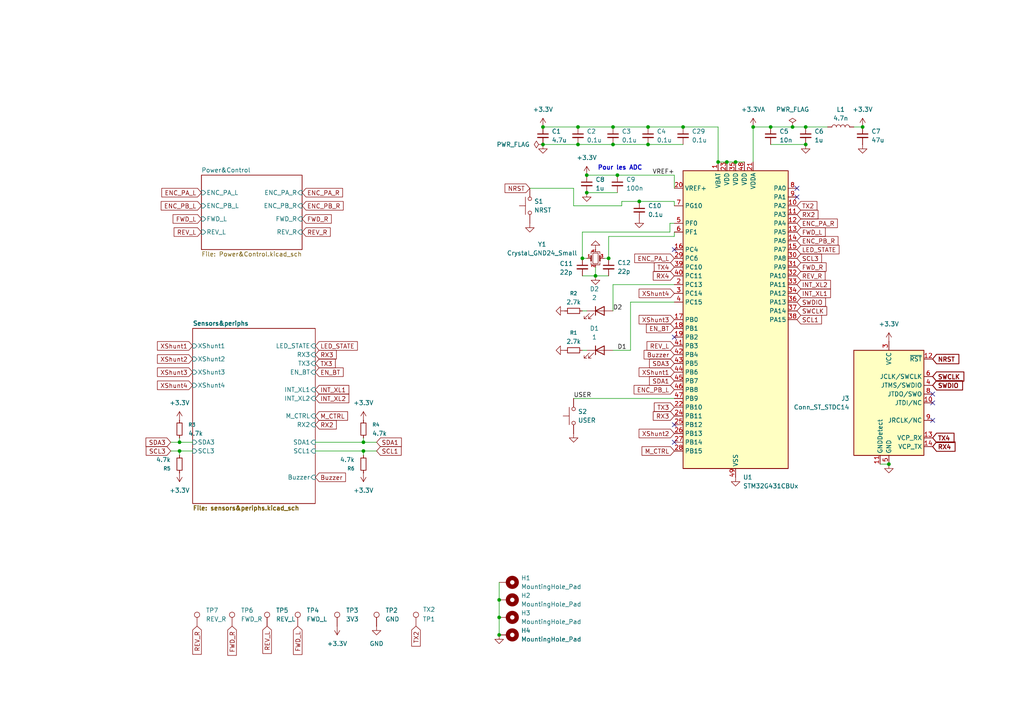
<source format=kicad_sch>
(kicad_sch (version 20250114) (generator "eeschema") (generator_version "9.0")
  (paper "A4")
  (title_block (title "ChaSouRo V1") (date "2025-09-19") (rev "Nelven") (company "ESE"))
  (lib_symbols
    (symbol "Connector:Conn_ST_STDC14"
      (property "Reference" "J" (at -8.89 16.51 0))
      (property "Value" "Conn_ST_STDC14" (at 17.78 16.51 0))
      (symbol "Conn_ST_STDC14_0_1"
        (rectangle (start -10.16 15.24) (end 10.16 -15.24) (stroke (width 0.254)) (fill (type background)))
      )
      (symbol "Conn_ST_STDC14_1_1"
        (pin no_connect line (at -10.16 5.08 0) (length 2.54) (hide yes) (name "NC") (number "1"))
        (pin no_connect line (at -10.16 2.54 0) (length 2.54) (hide yes) (name "NC") (number "2"))
        (pin passive line (at -2.54 -17.78 90) (length 2.54) (name "GNDDetect") (number "11"))
        (pin power_in line (at 0 17.78 270) (length 2.54) (name "VCC") (number "3"))
        (pin power_in line (at 0 -17.78 90) (length 2.54) (name "GND") (number "5"))
        (pin passive line (at 0 -17.78 90) (length 2.54) (hide yes) (name "GND") (number "7"))
        (pin open_collector line (at 12.7 12.7 180) (length 2.54) (name "~{RST}") (number "12"))
        (pin output line (at 12.7 7.62 180) (length 2.54) (name "JCLK/SWCLK") (number "6"))
        (pin bidirectional line (at 12.7 5.08 180) (length 2.54) (name "JTMS/SWDIO") (number "4"))
        (pin input line (at 12.7 2.54 180) (length 2.54) (name "JTDO/SWO") (number "8"))
        (pin output line (at 12.7 0 180) (length 2.54) (name "JTDI/NC") (number "10"))
        (pin input line (at 12.7 -5.08 180) (length 2.54) (name "JRCLK/NC") (number "9"))
        (pin output line (at 12.7 -10.16 180) (length 2.54) (name "VCP_RX") (number "13"))
        (pin input line (at 12.7 -12.7 180) (length 2.54) (name "VCP_TX") (number "14"))
      )
    )
    (symbol "Connector:TestPoint" (pin_numbers (hide yes)) (pin_names (offset 0.762) (hide yes))
      (property "Reference" "TP" (at 0 6.858 0))
      (property "Value" "TestPoint" (at 0 5.08 0))
      (symbol "TestPoint_0_1"
        (circle (center 0 3.302) (radius 0.762))
      )
      (symbol "TestPoint_1_1"
        (pin passive line (at 0 0 90) (length 2.54) (name "1") (number "1"))
      )
    )
    (symbol "Device:C_Small" (pin_numbers (hide yes)) (pin_names (offset 0.254) (hide yes))
      (property "Reference" "C" (at 0.254 1.778 0))
      (property "Value" "C_Small" (at 0.254 -2.032 0))
      (symbol "C_Small_0_1"
        (polyline (pts (xy -1.524 0.508) (xy 1.524 0.508)) (stroke (width 0.3048)))
        (polyline (pts (xy -1.524 -0.508) (xy 1.524 -0.508)) (stroke (width 0.3302)))
      )
      (symbol "C_Small_1_1"
        (pin passive line (at 0 2.54 270) (length 2.032) (name "~") (number "1"))
        (pin passive line (at 0 -2.54 90) (length 2.032) (name "~") (number "2"))
      )
    )
    (symbol "Device:Crystal_GND24_Small" (pin_names (offset 1.016) (hide yes))
      (property "Reference" "Y" (at 1.27 4.445 0))
      (property "Value" "Crystal_GND24_Small" (at 1.27 2.54 0))
      (symbol "Crystal_GND24_Small_0_1"
        (polyline (pts (xy -1.27 1.27) (xy -1.27 1.905) (xy 1.27 1.905) (xy 1.27 1.27)))
        (polyline (pts (xy -1.27 -0.762) (xy -1.27 0.762)) (stroke (width 0.381)))
        (polyline (pts (xy -1.27 -1.27) (xy -1.27 -1.905) (xy 1.27 -1.905) (xy 1.27 -1.27)))
        (rectangle (start -0.762 -1.524) (end 0.762 1.524))
        (polyline (pts (xy 1.27 -0.762) (xy 1.27 0.762)) (stroke (width 0.381)))
      )
      (symbol "Crystal_GND24_Small_1_1"
        (pin passive line (at -2.54 0 0) (length 1.27) (name "1") (number "1"))
        (pin passive line (at 0 2.54 270) (length 0.635) (name "4") (number "4"))
        (pin passive line (at 0 -2.54 90) (length 0.635) (name "2") (number "2"))
        (pin passive line (at 2.54 0 180) (length 1.27) (name "3") (number "3"))
      )
    )
    (symbol "Device:L" (pin_numbers (hide yes)) (pin_names (offset 1.016) (hide yes))
      (property "Reference" "L" (at -1.27 0 90))
      (property "Value" "L" (at 1.905 0 90))
      (symbol "L_0_1"
        (arc (start 0 2.54) (mid 0.6323 1.905) (end 0 1.27))
        (arc (start 0 1.27) (mid 0.6323 0.635) (end 0 0))
        (arc (start 0 0) (mid 0.6323 -0.635) (end 0 -1.27))
        (arc (start 0 -1.27) (mid 0.6323 -1.905) (end 0 -2.54))
      )
      (symbol "L_1_1"
        (pin passive line (at 0 3.81 270) (length 1.27) (name "1") (number "1"))
        (pin passive line (at 0 -3.81 90) (length 1.27) (name "2") (number "2"))
      )
    )
    (symbol "Device:LED" (pin_numbers (hide yes)) (pin_names (offset 1.016) (hide yes))
      (property "Reference" "D" (at 0 2.54 0))
      (property "Value" "LED" (at 0 -2.54 0))
      (symbol "LED_0_1"
        (polyline (pts (xy -3.048 -0.762) (xy -4.572 -2.286) (xy -3.81 -2.286) (xy -4.572 -2.286) (xy -4.572 -1.524)))
        (polyline (pts (xy -1.778 -0.762) (xy -3.302 -2.286) (xy -2.54 -2.286) (xy -3.302 -2.286) (xy -3.302 -1.524)))
        (polyline (pts (xy -1.27 0) (xy 1.27 0)))
        (polyline (pts (xy -1.27 -1.27) (xy -1.27 1.27)) (stroke (width 0.254)))
        (polyline (pts (xy 1.27 -1.27) (xy 1.27 1.27) (xy -1.27 0) (xy 1.27 -1.27)) (stroke (width 0.254)))
      )
      (symbol "LED_1_1"
        (pin passive line (at -3.81 0 0) (length 2.54) (name "K") (number "1"))
        (pin passive line (at 3.81 0 180) (length 2.54) (name "A") (number "2"))
      )
    )
    (symbol "Device:R_Small" (pin_numbers (hide yes)) (pin_names (offset 0.254) (hide yes))
      (property "Reference" "R" (at 0 0 90))
      (property "Value" "R_Small" (at 1.778 0 90))
      (symbol "R_Small_0_1"
        (rectangle (start -0.762 1.778) (end 0.762 -1.778) (stroke (width 0.2032)))
      )
      (symbol "R_Small_1_1"
        (pin passive line (at 0 2.54 270) (length 0.762) (name "~") (number "1"))
        (pin passive line (at 0 -2.54 90) (length 0.762) (name "~") (number "2"))
      )
    )
    (symbol "MCU_ST_STM32G4:STM32G431CBUx"
      (property "Reference" "U" (at -15.24 44.45 0))
      (property "Value" "STM32G431CBUx" (at 7.62 44.45 0))
      (symbol "STM32G431CBUx_0_1"
        (rectangle (start -15.24 -43.18) (end 15.24 43.18) (stroke (width 0.254)) (fill (type background)))
      )
      (symbol "STM32G431CBUx_1_1"
        (pin input line (at -17.78 38.1 0) (length 2.54) (name "VREF+") (number "20"))
        (pin bidirectional line (at -17.78 33.02 0) (length 2.54) (name "PG10") (number "7"))
        (pin bidirectional line (at -17.78 27.94 0) (length 2.54) (name "PF0") (number "5"))
        (pin bidirectional line (at -17.78 25.4 0) (length 2.54) (name "PF1") (number "6"))
        (pin bidirectional line (at -17.78 20.32 0) (length 2.54) (name "PC4") (number "16"))
        (pin bidirectional line (at -17.78 17.78 0) (length 2.54) (name "PC6") (number "29"))
        (pin bidirectional line (at -17.78 15.24 0) (length 2.54) (name "PC10") (number "39"))
        (pin bidirectional line (at -17.78 12.7 0) (length 2.54) (name "PC11") (number "40"))
        (pin bidirectional line (at -17.78 10.16 0) (length 2.54) (name "PC13") (number "2"))
        (pin bidirectional line (at -17.78 7.62 0) (length 2.54) (name "PC14") (number "3"))
        (pin bidirectional line (at -17.78 5.08 0) (length 2.54) (name "PC15") (number "4"))
        (pin bidirectional line (at -17.78 0 0) (length 2.54) (name "PB0") (number "17"))
        (pin bidirectional line (at -17.78 -2.54 0) (length 2.54) (name "PB1") (number "18"))
        (pin bidirectional line (at -17.78 -5.08 0) (length 2.54) (name "PB2") (number "19"))
        (pin bidirectional line (at -17.78 -7.62 0) (length 2.54) (name "PB3") (number "41"))
        (pin bidirectional line (at -17.78 -10.16 0) (length 2.54) (name "PB4") (number "42"))
        (pin bidirectional line (at -17.78 -12.7 0) (length 2.54) (name "PB5") (number "43"))
        (pin bidirectional line (at -17.78 -15.24 0) (length 2.54) (name "PB6") (number "44"))
        (pin bidirectional line (at -17.78 -17.78 0) (length 2.54) (name "PB7") (number "45"))
        (pin bidirectional line (at -17.78 -20.32 0) (length 2.54) (name "PB8") (number "46"))
        (pin bidirectional line (at -17.78 -22.86 0) (length 2.54) (name "PB9") (number "47"))
        (pin bidirectional line (at -17.78 -25.4 0) (length 2.54) (name "PB10") (number "22"))
        (pin bidirectional line (at -17.78 -27.94 0) (length 2.54) (name "PB11") (number "24"))
        (pin bidirectional line (at -17.78 -30.48 0) (length 2.54) (name "PB12") (number "25"))
        (pin bidirectional line (at -17.78 -33.02 0) (length 2.54) (name "PB13") (number "26"))
        (pin bidirectional line (at -17.78 -35.56 0) (length 2.54) (name "PB14") (number "27"))
        (pin bidirectional line (at -17.78 -38.1 0) (length 2.54) (name "PB15") (number "28"))
        (pin power_in line (at -5.08 45.72 270) (length 2.54) (name "VBAT") (number "1"))
        (pin power_in line (at -2.54 45.72 270) (length 2.54) (name "VDD") (number "23"))
        (pin power_in line (at 0 45.72 270) (length 2.54) (name "VDD") (number "35"))
        (pin power_in line (at 0 -45.72 90) (length 2.54) (name "VSS") (number "49"))
        (pin power_in line (at 2.54 45.72 270) (length 2.54) (name "VDD") (number "48"))
        (pin power_in line (at 5.08 45.72 270) (length 2.54) (name "VDDA") (number "21"))
        (pin bidirectional line (at 17.78 38.1 180) (length 2.54) (name "PA0") (number "8"))
        (pin bidirectional line (at 17.78 35.56 180) (length 2.54) (name "PA1") (number "9"))
        (pin bidirectional line (at 17.78 33.02 180) (length 2.54) (name "PA2") (number "10"))
        (pin bidirectional line (at 17.78 30.48 180) (length 2.54) (name "PA3") (number "11"))
        (pin bidirectional line (at 17.78 27.94 180) (length 2.54) (name "PA4") (number "12"))
        (pin bidirectional line (at 17.78 25.4 180) (length 2.54) (name "PA5") (number "13"))
        (pin bidirectional line (at 17.78 22.86 180) (length 2.54) (name "PA6") (number "14"))
        (pin bidirectional line (at 17.78 20.32 180) (length 2.54) (name "PA7") (number "15"))
        (pin bidirectional line (at 17.78 17.78 180) (length 2.54) (name "PA8") (number "30"))
        (pin bidirectional line (at 17.78 15.24 180) (length 2.54) (name "PA9") (number "31"))
        (pin bidirectional line (at 17.78 12.7 180) (length 2.54) (name "PA10") (number "32"))
        (pin bidirectional line (at 17.78 10.16 180) (length 2.54) (name "PA11") (number "33"))
        (pin bidirectional line (at 17.78 7.62 180) (length 2.54) (name "PA12") (number "34"))
        (pin bidirectional line (at 17.78 5.08 180) (length 2.54) (name "PA13") (number "36"))
        (pin bidirectional line (at 17.78 2.54 180) (length 2.54) (name "PA14") (number "37"))
        (pin bidirectional line (at 17.78 0 180) (length 2.54) (name "PA15") (number "38"))
      )
    )
    (symbol "Mechanical:MountingHole_Pad" (pin_numbers (hide yes)) (pin_names (offset 1.016) (hide yes)) (in_bom no)
      (property "Reference" "H" (at 0 6.35 0))
      (property "Value" "MountingHole_Pad" (at 0 4.445 0))
      (symbol "MountingHole_Pad_0_1"
        (circle (center 0 1.27) (radius 1.27) (stroke (width 1.27)))
      )
      (symbol "MountingHole_Pad_1_1"
        (pin input line (at 0 -2.54 90) (length 2.54) (name "1") (number "1"))
      )
    )
    (symbol "Switch:SW_Push" (pin_numbers (hide yes)) (pin_names (offset 1.016) (hide yes))
      (property "Reference" "SW" (at 1.27 2.54 0))
      (property "Value" "SW_Push" (at 0 -1.524 0))
      (symbol "SW_Push_0_1"
        (circle (center -2.032 0) (radius 0.508))
        (polyline (pts (xy 0 1.27) (xy 0 3.048)))
        (circle (center 2.032 0) (radius 0.508))
        (polyline (pts (xy 2.54 1.27) (xy -2.54 1.27)))
        (pin passive line (at -5.08 0 0) (length 2.54) (name "1") (number "1"))
        (pin passive line (at 5.08 0 180) (length 2.54) (name "2") (number "2"))
      )
    )
    (symbol "power:+3.3V" (power) (pin_numbers (hide yes)) (pin_names (offset 0) (hide yes))
      (property "Value" "+3.3V" (at 0 3.556 0))
      (symbol "+3.3V_0_1"
        (polyline (pts (xy -0.762 1.27) (xy 0 2.54)))
        (polyline (pts (xy 0 2.54) (xy 0.762 1.27)))
        (polyline (pts (xy 0 0) (xy 0 2.54)))
      )
      (symbol "+3.3V_1_1"
        (pin power_in line (at 0 0 90) (length 0) (name "~") (number "1"))
      )
    )
    (symbol "power:+3.3VA" (power) (pin_numbers (hide yes)) (pin_names (offset 0) (hide yes))
      (property "Value" "+3.3VA" (at 0 3.556 0))
      (symbol "+3.3VA_0_1"
        (polyline (pts (xy -0.762 1.27) (xy 0 2.54)))
        (polyline (pts (xy 0 2.54) (xy 0.762 1.27)))
        (polyline (pts (xy 0 0) (xy 0 2.54)))
      )
      (symbol "+3.3VA_1_1"
        (pin power_in line (at 0 0 90) (length 0) (name "~") (number "1"))
      )
    )
    (symbol "power:GND" (power) (pin_numbers (hide yes)) (pin_names (offset 0) (hide yes))
      (property "Value" "GND" (at 0 -3.81 0))
      (symbol "GND_0_1"
        (polyline (pts (xy 0 0) (xy 0 -1.27) (xy 1.27 -1.27) (xy 0 -2.54) (xy -1.27 -1.27) (xy 0 -1.27)))
      )
      (symbol "GND_1_1"
        (pin power_in line (at 0 0 270) (length 0) (name "~") (number "1"))
      )
    )
    (symbol "power:PWR_FLAG" (power) (pin_numbers (hide yes)) (pin_names (offset 0) (hide yes))
      (property "Value" "PWR_FLAG" (at 0 3.81 0))
      (symbol "PWR_FLAG_0_0"
        (pin power_out line (at 0 0 90) (length 0) (name "~") (number "1"))
      )
      (symbol "PWR_FLAG_0_1"
        (polyline (pts (xy 0 0) (xy 0 1.27) (xy -1.016 1.905) (xy 0 2.54) (xy 1.016 1.905) (xy 0 1.27)))
      )
    )
  )
  (text "Pour les ADC" (at 179.832 48.768 0) (effects (font (size 1.27 1.27) (thickness 0.254) (bold yes))))
  (junction (at 223.52 36.83))
  (junction (at 218.44 36.83))
  (junction (at 144.78 173.99))
  (junction (at 52.07 128.27))
  (junction (at 233.68 41.91))
  (junction (at 250.19 36.83))
  (junction (at 167.64 36.83))
  (junction (at 229.87 36.83))
  (junction (at 170.18 50.8))
  (junction (at 198.12 36.83))
  (junction (at 157.48 36.83))
  (junction (at 167.64 41.91))
  (junction (at 177.8 41.91))
  (junction (at 213.36 46.99))
  (junction (at 105.41 130.81))
  (junction (at 177.8 36.83))
  (junction (at 257.81 134.62))
  (junction (at 185.42 58.42))
  (junction (at 144.78 179.07))
  (junction (at 144.78 184.15))
  (junction (at 176.53 74.93))
  (junction (at 52.07 130.81))
  (junction (at 210.82 46.99))
  (junction (at 208.28 46.99))
  (junction (at 168.91 74.93))
  (junction (at 170.18 55.88))
  (junction (at 157.48 41.91))
  (junction (at 179.07 50.8))
  (junction (at 233.68 36.83))
  (junction (at 172.72 80.01))
  (junction (at 187.96 36.83))
  (junction (at 105.41 128.27))
  (junction (at 187.96 41.91))
  (no_connect (at 270.51 114.3))
  (no_connect (at 231.14 57.15))
  (no_connect (at 270.51 116.84))
  (no_connect (at 231.14 54.61))
  (no_connect (at 195.58 123.19))
  (no_connect (at 195.58 72.39))
  (no_connect (at 270.51 121.92))
  (no_connect (at 195.58 128.27))
  (no_connect (at 195.58 97.79))
  (wire (pts (xy 195.58 82.55) (xy 177.8 82.55)))
  (wire (pts (xy 170.18 50.8) (xy 179.07 50.8)))
  (wire (pts (xy 194.31 64.77) (xy 194.31 67.31)))
  (wire (pts (xy 52.07 128.27) (xy 55.88 128.27)))
  (wire (pts (xy 168.91 74.93) (xy 170.18 74.93)))
  (wire (pts (xy 223.52 36.83) (xy 229.87 36.83)))
  (wire (pts (xy 176.53 74.93) (xy 175.26 74.93)))
  (wire (pts (xy 166.37 59.69) (xy 166.37 54.61)))
  (wire (pts (xy 167.64 41.91) (xy 177.8 41.91)))
  (wire (pts (xy 168.91 90.17) (xy 170.18 90.17)))
  (wire (pts (xy 223.52 41.91) (xy 233.68 41.91)))
  (wire (pts (xy 170.18 55.88) (xy 179.07 55.88)))
  (wire (pts (xy 172.72 77.47) (xy 172.72 80.01)))
  (wire (pts (xy 179.07 50.8) (xy 195.58 50.8)))
  (wire (pts (xy 177.8 36.83) (xy 187.96 36.83)))
  (wire (pts (xy 105.41 130.81) (xy 91.44 130.81)))
  (wire (pts (xy 105.41 130.81) (xy 105.41 132.08)))
  (wire (pts (xy 229.87 36.83) (xy 233.68 36.83)))
  (wire (pts (xy 180.34 59.69) (xy 180.34 58.42)))
  (wire (pts (xy 176.53 68.58) (xy 195.58 68.58)))
  (wire (pts (xy 144.78 168.91) (xy 144.78 173.99)))
  (wire (pts (xy 187.96 41.91) (xy 198.12 41.91)))
  (wire (pts (xy 167.64 36.83) (xy 177.8 36.83)))
  (wire (pts (xy 109.22 128.27) (xy 105.41 128.27)))
  (wire (pts (xy 144.78 179.07) (xy 144.78 184.15)))
  (wire (pts (xy 255.27 134.62) (xy 257.81 134.62)))
  (wire (pts (xy 247.65 36.83) (xy 250.19 36.83)))
  (wire (pts (xy 240.03 36.83) (xy 233.68 36.83)))
  (wire (pts (xy 208.28 36.83) (xy 208.28 46.99)))
  (wire (pts (xy 157.48 41.91) (xy 167.64 41.91)))
  (wire (pts (xy 168.91 67.31) (xy 194.31 67.31)))
  (wire (pts (xy 195.58 58.42) (xy 195.58 59.69)))
  (wire (pts (xy 210.82 46.99) (xy 213.36 46.99)))
  (wire (pts (xy 49.53 128.27) (xy 52.07 128.27)))
  (wire (pts (xy 182.88 87.63) (xy 182.88 101.6)))
  (wire (pts (xy 168.91 101.6) (xy 170.18 101.6)))
  (wire (pts (xy 208.28 46.99) (xy 210.82 46.99)))
  (wire (pts (xy 52.07 127) (xy 52.07 128.27)))
  (wire (pts (xy 168.91 67.31) (xy 168.91 74.93)))
  (wire (pts (xy 195.58 54.61) (xy 195.58 50.8)))
  (wire (pts (xy 218.44 46.99) (xy 218.44 36.83)))
  (wire (pts (xy 172.72 80.01) (xy 168.91 80.01)))
  (wire (pts (xy 177.8 41.91) (xy 187.96 41.91)))
  (wire (pts (xy 172.72 80.01) (xy 176.53 80.01)))
  (wire (pts (xy 166.37 115.57) (xy 195.58 115.57)))
  (wire (pts (xy 49.53 130.81) (xy 52.07 130.81)))
  (wire (pts (xy 185.42 58.42) (xy 195.58 58.42)))
  (wire (pts (xy 105.41 128.27) (xy 91.44 128.27)))
  (wire (pts (xy 218.44 36.83) (xy 223.52 36.83)))
  (wire (pts (xy 109.22 130.81) (xy 105.41 130.81)))
  (wire (pts (xy 52.07 130.81) (xy 55.88 130.81)))
  (wire (pts (xy 180.34 58.42) (xy 185.42 58.42)))
  (wire (pts (xy 195.58 68.58) (xy 195.58 67.31)))
  (wire (pts (xy 166.37 59.69) (xy 180.34 59.69)))
  (wire (pts (xy 187.96 36.83) (xy 198.12 36.83)))
  (wire (pts (xy 213.36 46.99) (xy 215.9 46.99)))
  (wire (pts (xy 198.12 36.83) (xy 208.28 36.83)))
  (wire (pts (xy 157.48 36.83) (xy 167.64 36.83)))
  (wire (pts (xy 195.58 87.63) (xy 182.88 87.63)))
  (wire (pts (xy 105.41 127) (xy 105.41 128.27)))
  (wire (pts (xy 52.07 130.81) (xy 52.07 132.08)))
  (wire (pts (xy 177.8 82.55) (xy 177.8 90.17)))
  (wire (pts (xy 195.58 64.77) (xy 194.31 64.77)))
  (wire (pts (xy 177.8 101.6) (xy 182.88 101.6)))
  (wire (pts (xy 176.53 68.58) (xy 176.53 74.93)))
  (wire (pts (xy 166.37 54.61) (xy 153.67 54.61)))
  (wire (pts (xy 144.78 173.99) (xy 144.78 179.07)))
  (label "USER" (at 166.37 115.57 0))
  (label "VREF+" (at 189.23 50.8 0))
  (label "D1" (at 179.07 101.6 0))
  (label "D2" (at 177.8 90.17 0))
  (global_label "M_CTRL" (shape input) (at 91.44 120.65 0) (effects (font (thickness 0.1588))) (property "Intersheetrefs" "${INTERSHEET_REFS}" (effects (hide yes))))
  (global_label "NRST" (shape input) (at 270.51 104.14 0) (effects (font (thickness 0.254) (bold yes))) (property "Intersheetrefs" "${INTERSHEET_REFS}" (effects (hide yes))))
  (global_label "SWDIO" (shape input) (at 270.51 111.76 0) (effects (font (thickness 0.254) (bold yes))) (property "Intersheetrefs" "${INTERSHEET_REFS}" (effects (hide yes))))
  (global_label "REV_L" (shape input) (at 195.58 100.33 180) (property "Intersheetrefs" "${INTERSHEET_REFS}" (effects (hide yes))))
  (global_label "INT_XL1" (shape input) (at 231.14 85.09 0) (effects (font (thickness 0.1588))) (property "Intersheetrefs" "${INTERSHEET_REFS}" (effects (hide yes))))
  (global_label "TX3" (shape input) (at 195.58 118.11 180) (effects (font (thickness 0.1588))) (property "Intersheetrefs" "${INTERSHEET_REFS}" (effects (hide yes))))
  (global_label "ENC_PB_L" (shape input) (at 195.58 113.03 180) (property "Intersheetrefs" "${INTERSHEET_REFS}" (effects (hide yes))))
  (global_label "LED_STATE" (shape input) (at 231.14 72.39 0) (property "Intersheetrefs" "${INTERSHEET_REFS}" (effects (hide yes))))
  (global_label "FWD_L" (shape input) (at 231.14 67.31 0) (property "Intersheetrefs" "${INTERSHEET_REFS}" (effects (hide yes))))
  (global_label "REV_L" (shape input) (at 58.42 67.31 180) (property "Intersheetrefs" "${INTERSHEET_REFS}" (effects (hide yes))))
  (global_label "TX2" (shape input) (at 231.14 59.69 0) (property "Intersheetrefs" "${INTERSHEET_REFS}" (effects (hide yes))))
  (global_label "REV_R" (shape input) (at 87.63 67.31 0) (property "Intersheetrefs" "${INTERSHEET_REFS}" (effects (hide yes))))
  (global_label "SDA3" (shape input) (at 49.53 128.27 180) (effects (font (thickness 0.1588))) (property "Intersheetrefs" "${INTERSHEET_REFS}" (effects (hide yes))))
  (global_label "SCL3" (shape input) (at 231.14 74.93 0) (effects (font (thickness 0.1588))) (property "Intersheetrefs" "${INTERSHEET_REFS}" (effects (hide yes))))
  (global_label "RX3" (shape input) (at 195.58 120.65 180) (effects (font (thickness 0.1588))) (property "Intersheetrefs" "${INTERSHEET_REFS}" (effects (hide yes))))
  (global_label "TX3" (shape input) (at 91.44 105.41 0) (effects (font (thickness 0.1588))) (property "Intersheetrefs" "${INTERSHEET_REFS}" (effects (hide yes))))
  (global_label "FWD_L" (shape input) (at 86.36 181.61 270) (property "Intersheetrefs" "${INTERSHEET_REFS}" (effects (hide yes))))
  (global_label "INT_XL1" (shape input) (at 91.44 113.03 0) (effects (font (thickness 0.1588))) (property "Intersheetrefs" "${INTERSHEET_REFS}" (effects (hide yes))))
  (global_label "SWDIO" (shape input) (at 231.14 87.63 0) (effects (font (thickness 0.1588))) (property "Intersheetrefs" "${INTERSHEET_REFS}" (effects (hide yes))))
  (global_label "ENC_PA_L" (shape input) (at 195.58 74.93 180) (property "Intersheetrefs" "${INTERSHEET_REFS}" (effects (hide yes))))
  (global_label "SDA3" (shape input) (at 195.58 105.41 180) (effects (font (thickness 0.1588))) (property "Intersheetrefs" "${INTERSHEET_REFS}" (effects (hide yes))))
  (global_label "ENC_PA_L" (shape input) (at 58.42 55.88 180) (property "Intersheetrefs" "${INTERSHEET_REFS}" (effects (hide yes))))
  (global_label "FWD_L" (shape input) (at 58.42 63.5 180) (property "Intersheetrefs" "${INTERSHEET_REFS}" (effects (hide yes))))
  (global_label "INT_XL2" (shape input) (at 91.44 115.57 0) (effects (font (thickness 0.1588))) (property "Intersheetrefs" "${INTERSHEET_REFS}" (effects (hide yes))))
  (global_label "XShunt4" (shape input) (at 55.88 111.76 180) (property "Intersheetrefs" "${INTERSHEET_REFS}" (effects (hide yes))))
  (global_label "RX4" (shape input) (at 270.51 129.54 0) (effects (font (thickness 0.254) (bold yes))) (property "Intersheetrefs" "${INTERSHEET_REFS}" (effects (hide yes))))
  (global_label "XShunt3" (shape input) (at 55.88 107.95 180) (property "Intersheetrefs" "${INTERSHEET_REFS}" (effects (hide yes))))
  (global_label "FWD_R" (shape input) (at 231.14 77.47 0) (property "Intersheetrefs" "${INTERSHEET_REFS}" (effects (hide yes))))
  (global_label "Buzzer" (shape input) (at 91.44 138.43 0) (property "Intersheetrefs" "${INTERSHEET_REFS}" (effects (hide yes))))
  (global_label "INT_XL2" (shape input) (at 231.14 82.55 0) (effects (font (thickness 0.1588))) (property "Intersheetrefs" "${INTERSHEET_REFS}" (effects (hide yes))))
  (global_label "SDA1" (shape input) (at 109.22 128.27 0) (effects (font (thickness 0.1588))) (property "Intersheetrefs" "${INTERSHEET_REFS}" (effects (hide yes))))
  (global_label "REV_R" (shape input) (at 57.15 181.61 270) (property "Intersheetrefs" "${INTERSHEET_REFS}" (effects (hide yes))))
  (global_label "ENC_PA_R" (shape input) (at 231.14 64.77 0) (property "Intersheetrefs" "${INTERSHEET_REFS}" (effects (hide yes))))
  (global_label "LED_STATE" (shape input) (at 91.44 100.33 0) (property "Intersheetrefs" "${INTERSHEET_REFS}" (effects (hide yes))))
  (global_label "SCL3" (shape input) (at 49.53 130.81 180) (effects (font (thickness 0.1588))) (property "Intersheetrefs" "${INTERSHEET_REFS}" (effects (hide yes))))
  (global_label "Buzzer" (shape input) (at 195.58 102.87 180) (property "Intersheetrefs" "${INTERSHEET_REFS}" (effects (hide yes))))
  (global_label "XShunt2" (shape input) (at 55.88 104.14 180) (property "Intersheetrefs" "${INTERSHEET_REFS}" (effects (hide yes))))
  (global_label "REV_L" (shape input) (at 77.47 181.61 270) (property "Intersheetrefs" "${INTERSHEET_REFS}" (effects (hide yes))))
  (global_label "ENC_PB_R" (shape input) (at 231.14 69.85 0) (property "Intersheetrefs" "${INTERSHEET_REFS}" (effects (hide yes))))
  (global_label "XShunt4" (shape input) (at 195.58 85.09 180) (property "Intersheetrefs" "${INTERSHEET_REFS}" (effects (hide yes))))
  (global_label "FWD_R" (shape input) (at 67.31 181.61 270) (property "Intersheetrefs" "${INTERSHEET_REFS}" (effects (hide yes))))
  (global_label "XShunt2" (shape input) (at 195.58 125.73 180) (property "Intersheetrefs" "${INTERSHEET_REFS}" (effects (hide yes))))
  (global_label "XShunt1" (shape input) (at 195.58 107.95 180) (property "Intersheetrefs" "${INTERSHEET_REFS}" (effects (hide yes))))
  (global_label "SWCLK" (shape input) (at 270.51 109.22 0) (effects (font (thickness 0.254) (bold yes))) (property "Intersheetrefs" "${INTERSHEET_REFS}" (effects (hide yes))))
  (global_label "RX2" (shape input) (at 231.14 62.23 0) (effects (font (thickness 0.1588))) (property "Intersheetrefs" "${INTERSHEET_REFS}" (effects (hide yes))))
  (global_label "ENC_PB_R" (shape input) (at 87.63 59.69 0) (property "Intersheetrefs" "${INTERSHEET_REFS}" (effects (hide yes))))
  (global_label "XShunt1" (shape input) (at 55.88 100.33 180) (property "Intersheetrefs" "${INTERSHEET_REFS}" (effects (hide yes))))
  (global_label "RX2" (shape input) (at 91.44 123.19 0) (effects (font (thickness 0.1588))) (property "Intersheetrefs" "${INTERSHEET_REFS}" (effects (hide yes))))
  (global_label "SCL1" (shape input) (at 231.14 92.71 0) (effects (font (thickness 0.1588))) (property "Intersheetrefs" "${INTERSHEET_REFS}" (effects (hide yes))))
  (global_label "NRST" (shape input) (at 153.67 54.61 180) (property "Intersheetrefs" "${INTERSHEET_REFS}" (effects (hide yes))))
  (global_label "ENC_PB_L" (shape input) (at 58.42 59.69 180) (property "Intersheetrefs" "${INTERSHEET_REFS}" (effects (hide yes))))
  (global_label "SDA1" (shape input) (at 195.58 110.49 180) (effects (font (thickness 0.1588))) (property "Intersheetrefs" "${INTERSHEET_REFS}" (effects (hide yes))))
  (global_label "TX2" (shape input) (at 120.65 181.61 270) (property "Intersheetrefs" "${INTERSHEET_REFS}" (effects (hide yes))))
  (global_label "SWCLK" (shape input) (at 231.14 90.17 0) (effects (font (thickness 0.1588))) (property "Intersheetrefs" "${INTERSHEET_REFS}" (effects (hide yes))))
  (global_label "REV_R" (shape input) (at 231.14 80.01 0) (property "Intersheetrefs" "${INTERSHEET_REFS}" (effects (hide yes))))
  (global_label "EN_BT" (shape input) (at 195.58 95.25 180) (property "Intersheetrefs" "${INTERSHEET_REFS}" (effects (hide yes))))
  (global_label "FWD_R" (shape input) (at 87.63 63.5 0) (property "Intersheetrefs" "${INTERSHEET_REFS}" (effects (hide yes))))
  (global_label "TX4" (shape input) (at 270.51 127 0) (effects (font (thickness 0.254) (bold yes))) (property "Intersheetrefs" "${INTERSHEET_REFS}" (effects (hide yes))))
  (global_label "TX4" (shape input) (at 195.58 77.47 180) (effects (font (thickness 0.1588))) (property "Intersheetrefs" "${INTERSHEET_REFS}" (effects (hide yes))))
  (global_label "ENC_PA_R" (shape input) (at 87.63 55.88 0) (property "Intersheetrefs" "${INTERSHEET_REFS}" (effects (hide yes))))
  (global_label "RX4" (shape input) (at 195.58 80.01 180) (effects (font (thickness 0.1588))) (property "Intersheetrefs" "${INTERSHEET_REFS}" (effects (hide yes))))
  (global_label "M_CTRL" (shape input) (at 195.58 130.81 180) (effects (font (thickness 0.1588))) (property "Intersheetrefs" "${INTERSHEET_REFS}" (effects (hide yes))))
  (global_label "EN_BT" (shape input) (at 91.44 107.95 0) (property "Intersheetrefs" "${INTERSHEET_REFS}" (effects (hide yes))))
  (global_label "XShunt3" (shape input) (at 195.58 92.71 180) (property "Intersheetrefs" "${INTERSHEET_REFS}" (effects (hide yes))))
  (global_label "SCL1" (shape input) (at 109.22 130.81 0) (effects (font (thickness 0.1588))) (property "Intersheetrefs" "${INTERSHEET_REFS}" (effects (hide yes))))
  (global_label "RX3" (shape input) (at 91.44 102.87 0) (effects (font (thickness 0.1588))) (property "Intersheetrefs" "${INTERSHEET_REFS}" (effects (hide yes))))
  (symbol (lib_id "power:+3.3V") (at 250.19 36.83 0) (unit 1)
    (property "Reference" "#PWR03" (effects (hide yes)))
    (property "Value" "+3.3V" (at 250.19 31.75 0))
    (property "Description" "Power symbol creates a global label with name \"+3.3V\"" (effects (hide yes)))
  )
  (symbol (lib_id "power:GND") (at 185.42 63.5 0) (unit 1)
    (property "Reference" "#PWR010" (effects (hide yes)))
    (property "Value" "GND" (effects (hide yes)))
    (property "Description" "Power symbol creates a global label with name \"GND\" , ground" (effects (hide yes)))
  )
  (symbol (lib_id "power:+3.3V") (at 170.18 50.8 0) (unit 1)
    (property "Reference" "#PWR017" (effects (hide yes)))
    (property "Value" "+3.3V" (at 170.18 45.72 0))
    (property "Description" "Power symbol creates a global label with name \"+3.3V\"" (effects (hide yes)))
  )
  (symbol (lib_id "power:GND") (at 172.72 72.39 180) (unit 1)
    (property "Reference" "#PWR011" (effects (hide yes)))
    (property "Value" "GND" (effects (hide yes)))
    (property "Description" "Power symbol creates a global label with name \"GND\" , ground" (effects (hide yes)))
  )
  (symbol (lib_id "Connector:Conn_ST_STDC14") (at 257.81 116.84 0) (unit 1)
    (property "Reference" "J3" (at 246.38 115.5699 0) (effects (justify right)))
    (property "Value" "Conn_ST_STDC14" (at 246.38 118.1099 0) (effects (justify right)))
    (property "Footprint" "Connector_PinHeader_1.27mm:PinHeader_2x07_P1.27mm_Vertical_SMD" (effects (hide yes)))
    (property "Datasheet" "https://www.st.com/content/ccc/resource/technical/document/user_manual/group1/99/49/91/b6/b2/3a/46/e5/DM00526767/files/DM00526767.pdf/jcr:content/translations/en.DM00526767.pdf" (effects (hide yes)))
    (property "Description" "ST Debug Connector, standard ARM Cortex-M SWD and JTAG interface plus UART" (effects (hide yes)))
  )
  (symbol (lib_id "Device:C_Small") (at 250.19 39.37 0) (unit 1)
    (property "Reference" "C7" (at 252.73 38.1062 0) (effects (justify left)))
    (property "Value" "47u" (at 252.73 40.6462 0) (effects (justify left)))
    (property "Footprint" "Capacitor_SMD:C_0402_1005Metric" (effects (hide yes)))
    (property "Description" "Unpolarized capacitor, small symbol" (effects (hide yes)))
  )
  (symbol (lib_id "Device:C_Small") (at 187.96 39.37 0) (unit 1)
    (property "Reference" "C4" (at 190.5 38.1062 0) (effects (justify left)))
    (property "Value" "0.1u" (at 190.5 40.6462 0) (effects (justify left)))
    (property "Footprint" "Capacitor_SMD:C_0402_1005Metric" (effects (hide yes)))
    (property "Description" "Unpolarized capacitor, small symbol" (effects (hide yes)))
  )
  (symbol (lib_id "Device:C_Small") (at 179.07 53.34 0) (unit 1)
    (property "Reference" "C9" (at 181.61 52.0762 0) (effects (justify left)))
    (property "Value" "100n" (at 181.61 54.6162 0) (effects (justify left)))
    (property "Footprint" "Capacitor_SMD:C_0402_1005Metric" (effects (hide yes)))
    (property "Description" "Unpolarized capacitor, small symbol" (effects (hide yes)))
  )
  (symbol (lib_id "Device:R_Small") (at 105.41 134.62 0) (unit 1)
    (property "Reference" "R6" (at 102.87 135.8901 0) (effects (font (size 1.016 1.016)) (justify right)))
    (property "Value" "4.7k" (at 102.87 133.3501 0) (effects (justify right)))
    (property "Footprint" "Resistor_SMD:R_0402_1005Metric" (effects (hide yes)))
    (property "Description" "Resistor, small symbol" (effects (hide yes)))
  )
  (symbol (lib_id "Switch:SW_Push") (at 153.67 59.69 90) (unit 1)
    (property "Reference" "S1" (at 154.94 58.4199 90) (effects (justify right)))
    (property "Value" "NRST" (at 154.94 60.9599 90) (effects (justify right)))
    (property "Footprint" "ESE:430182070816" (effects (hide yes)))
    (property "Description" "Push button switch, generic, two pins" (effects (hide yes)))
  )
  (symbol (lib_id "Connector:TestPoint") (at 57.15 181.61 0) (unit 1)
    (property "Reference" "TP7" (at 59.69 177.0379 0) (effects (justify left)))
    (property "Value" "REV_R" (at 59.69 179.5779 0) (effects (justify left)))
    (property "Footprint" "TestPoint:TestPoint_Bridge_Pitch2.0mm_Drill0.7mm" (effects (hide yes)))
    (property "Description" "test point" (effects (hide yes)))
  )
  (symbol (lib_id "Device:R_Small") (at 52.07 124.46 180) (unit 1)
    (property "Reference" "R3" (at 54.61 123.1899 0) (effects (font (size 1.016 1.016)) (justify right)))
    (property "Value" "4.7k" (at 54.61 125.7299 0) (effects (justify right)))
    (property "Footprint" "Resistor_SMD:R_0402_1005Metric" (effects (hide yes)))
    (property "Description" "Resistor, small symbol" (effects (hide yes)))
  )
  (symbol (lib_id "power:GND") (at 213.36 138.43 0) (unit 1)
    (property "Reference" "#PWR022" (effects (hide yes)))
    (property "Value" "GND" (effects (hide yes)))
    (property "Description" "Power symbol creates a global label with name \"GND\" , ground" (effects (hide yes)))
  )
  (symbol (lib_id "Connector:TestPoint") (at 77.47 181.61 0) (unit 1)
    (property "Reference" "TP5" (at 80.01 177.0379 0) (effects (justify left)))
    (property "Value" "REV_L" (at 80.01 179.5779 0) (effects (justify left)))
    (property "Footprint" "TestPoint:TestPoint_Bridge_Pitch2.0mm_Drill0.7mm" (effects (hide yes)))
    (property "Description" "test point" (effects (hide yes)))
  )
  (symbol (lib_id "Device:C_Small") (at 223.52 39.37 0) (unit 1)
    (property "Reference" "C5" (at 226.06 38.1062 0) (effects (justify left)))
    (property "Value" "10n" (at 226.06 40.6462 0) (effects (justify left)))
    (property "Footprint" "Capacitor_SMD:C_0402_1005Metric" (effects (hide yes)))
    (property "Description" "Unpolarized capacitor, small symbol" (effects (hide yes)))
  )
  (symbol (lib_id "Connector:TestPoint") (at 67.31 181.61 0) (unit 1)
    (property "Reference" "TP6" (at 69.85 177.0379 0) (effects (justify left)))
    (property "Value" "FWD_R" (at 69.85 179.5779 0) (effects (justify left)))
    (property "Footprint" "TestPoint:TestPoint_Bridge_Pitch2.0mm_Drill0.7mm" (effects (hide yes)))
    (property "Description" "test point" (effects (hide yes)))
  )
  (symbol (lib_id "power:+3.3VA") (at 218.44 36.83 0) (unit 1)
    (property "Reference" "#PWR02" (effects (hide yes)))
    (property "Value" "+3.3VA" (at 218.44 31.75 0))
    (property "Description" "Power symbol creates a global label with name \"+3.3VA\"" (effects (hide yes)))
  )
  (symbol (lib_id "Device:C_Small") (at 176.53 77.47 0) (unit 1)
    (property "Reference" "C12" (at 179.07 76.2062 0) (effects (justify left)))
    (property "Value" "22p" (at 179.07 78.7462 0) (effects (justify left)))
    (property "Footprint" "Capacitor_SMD:C_0402_1005Metric" (effects (hide yes)))
    (property "Description" "Unpolarized capacitor, small symbol" (effects (hide yes)))
  )
  (symbol (lib_id "Device:C_Small") (at 185.42 60.96 0) (unit 1)
    (property "Reference" "C10" (at 187.96 59.6962 0) (effects (justify left)))
    (property "Value" "0.1u" (at 187.96 62.2362 0) (effects (justify left)))
    (property "Footprint" "Capacitor_SMD:C_0402_1005Metric" (effects (hide yes)))
    (property "Description" "Unpolarized capacitor, small symbol" (effects (hide yes)))
  )
  (symbol (lib_id "power:+3.3V") (at 157.48 36.83 0) (unit 1)
    (property "Reference" "#PWR01" (effects (hide yes)))
    (property "Value" "+3.3V" (at 157.48 31.75 0))
    (property "Description" "Power symbol creates a global label with name \"+3.3V\"" (effects (hide yes)))
  )
  (symbol (lib_id "Device:Crystal_GND24_Small") (at 172.72 74.93 0) (unit 1)
    (property "Reference" "Y1" (at 157.226 70.866 0))
    (property "Value" "Crystal_GND24_Small" (at 157.226 73.406 0))
    (property "Footprint" "Crystal:Crystal_SMD_3225-4Pin_3.2x2.5mm" (effects (hide yes)))
    (property "Description" "Four pin crystal, GND on pins 2 and 4, small symbol" (effects (hide yes)))
  )
  (symbol (lib_id "power:GND") (at 170.18 55.88 0) (unit 1)
    (property "Reference" "#PWR07" (effects (hide yes)))
    (property "Value" "GND" (effects (hide yes)))
    (property "Description" "Power symbol creates a global label with name \"GND\" , ground" (effects (hide yes)))
  )
  (symbol (lib_id "Connector:TestPoint") (at 120.65 181.61 0) (unit 1)
    (property "Reference" "TP1" (at 126.238 179.578 0) (effects (justify right)))
    (property "Value" "TX2" (at 126.238 176.784 0) (effects (justify right)))
    (property "Description" "test point" (effects (hide yes)))
  )
  (symbol (lib_id "power:GND") (at 233.68 41.91 0) (unit 1)
    (property "Reference" "#PWR05" (effects (hide yes)))
    (property "Value" "GND" (effects (hide yes)))
    (property "Description" "Power symbol creates a global label with name \"GND\" , ground" (effects (hide yes)))
  )
  (symbol (lib_id "Device:C_Small") (at 233.68 39.37 0) (unit 1)
    (property "Reference" "C6" (at 236.22 38.1062 0) (effects (justify left)))
    (property "Value" "1u" (at 236.22 40.6462 0) (effects (justify left)))
    (property "Footprint" "Capacitor_SMD:C_0402_1005Metric" (effects (hide yes)))
    (property "Description" "Unpolarized capacitor, small symbol" (effects (hide yes)))
  )
  (symbol (lib_id "Mechanical:MountingHole_Pad") (at 147.32 184.15 270) (unit 1) (in_bom no)
    (property "Reference" "H4" (at 151.13 182.8799 90) (effects (justify left)))
    (property "Value" "MountingHole_Pad" (at 151.13 185.4199 90) (effects (justify left)))
    (property "Footprint" "MountingHole:MountingHole_3.2mm_M3_Pad_Via" (effects (hide yes)))
    (property "Description" "Mounting Hole with connection" (effects (hide yes)))
  )
  (symbol (lib_id "Mechanical:MountingHole_Pad") (at 147.32 179.07 270) (unit 1) (in_bom no)
    (property "Reference" "H3" (at 151.13 177.7999 90) (effects (justify left)))
    (property "Value" "MountingHole_Pad" (at 151.13 180.3399 90) (effects (justify left)))
    (property "Footprint" "MountingHole:MountingHole_3.2mm_M3_Pad_Via" (effects (hide yes)))
    (property "Description" "Mounting Hole with connection" (effects (hide yes)))
  )
  (symbol (lib_id "power:GND") (at 157.48 41.91 0) (unit 1)
    (property "Reference" "#PWR04" (effects (hide yes)))
    (property "Value" "GND" (effects (hide yes)))
    (property "Description" "Power symbol creates a global label with name \"GND\" , ground" (effects (hide yes)))
  )
  (symbol (lib_id "Connector:TestPoint") (at 86.36 181.61 0) (unit 1)
    (property "Reference" "TP4" (at 88.9 177.0379 0) (effects (justify left)))
    (property "Value" "FWD_L" (at 88.9 179.5779 0) (effects (justify left)))
    (property "Footprint" "TestPoint:TestPoint_Bridge_Pitch2.0mm_Drill0.7mm" (effects (hide yes)))
    (property "Description" "test point" (effects (hide yes)))
  )
  (symbol (lib_id "Switch:SW_Push") (at 166.37 120.65 90) (unit 1)
    (property "Reference" "S2" (at 167.64 119.3799 90) (effects (justify right)))
    (property "Value" "USER" (at 167.64 121.9199 90) (effects (justify right)))
    (property "Footprint" "ESE:430182070816" (effects (hide yes)))
    (property "Description" "Push button switch, generic, two pins" (effects (hide yes)))
  )
  (symbol (lib_id "power:GND") (at 144.78 184.15 0) (unit 1)
    (property "Reference" "#PWR083" (effects (hide yes)))
    (property "Value" "GND" (effects (hide yes)))
    (property "Description" "Power symbol creates a global label with name \"GND\" , ground" (effects (hide yes)))
  )
  (symbol (lib_id "power:PWR_FLAG") (at 157.48 41.91 90) (unit 1)
    (property "Reference" "#FLG02" (effects (hide yes)))
    (property "Value" "PWR_FLAG" (at 153.67 41.9099 90) (effects (justify left)))
    (property "Description" "Special symbol for telling ERC where power comes from" (effects (hide yes)))
  )
  (symbol (lib_id "power:GND") (at 109.22 181.61 0) (unit 1)
    (property "Reference" "#PWR08" (effects (hide yes)))
    (property "Value" "GND" (at 109.22 186.69 0))
    (property "Description" "Power symbol creates a global label with name \"GND\" , ground" (effects (hide yes)))
  )
  (symbol (lib_id "Device:R_Small") (at 105.41 124.46 180) (unit 1)
    (property "Reference" "R4" (at 107.95 123.1899 0) (effects (font (size 1.016 1.016)) (justify right)))
    (property "Value" "4.7k" (at 107.95 125.7299 0) (effects (justify right)))
    (property "Footprint" "Resistor_SMD:R_0402_1005Metric" (effects (hide yes)))
    (property "Description" "Resistor, small symbol" (effects (hide yes)))
  )
  (symbol (lib_id "Device:R_Small") (at 166.37 90.17 90) (unit 1)
    (property "Reference" "R2" (at 166.37 85.09 90) (effects (font (size 1.016 1.016))))
    (property "Value" "2.7k" (at 166.37 87.63 90))
    (property "Footprint" "Resistor_SMD:R_0402_1005Metric" (effects (hide yes)))
    (property "Description" "Resistor, small symbol" (effects (hide yes)))
  )
  (symbol (lib_id "power:+3.3V") (at 97.79 181.61 180) (unit 1)
    (property "Reference" "#PWR09" (effects (hide yes)))
    (property "Value" "+3.3V" (at 97.79 186.69 0))
    (property "Description" "Power symbol creates a global label with name \"+3.3V\"" (effects (hide yes)))
  )
  (symbol (lib_id "power:GND") (at 257.81 134.62 0) (unit 1)
    (property "Reference" "#PWR088" (effects (hide yes)))
    (property "Value" "GND" (effects (hide yes)))
    (property "Description" "Power symbol creates a global label with name \"GND\" , ground" (effects (hide yes)))
  )
  (symbol (lib_id "Device:R_Small") (at 166.37 101.6 90) (unit 1)
    (property "Reference" "R1" (at 166.37 96.52 90) (effects (font (size 1.016 1.016))))
    (property "Value" "2.7k" (at 166.37 99.06 90))
    (property "Footprint" "Resistor_SMD:R_0402_1005Metric" (effects (hide yes)))
    (property "Description" "Resistor, small symbol" (effects (hide yes)))
  )
  (symbol (lib_id "power:GND") (at 153.67 64.77 0) (unit 1)
    (property "Reference" "#PWR021" (effects (hide yes)))
    (property "Value" "GND" (effects (hide yes)))
    (property "Description" "Power symbol creates a global label with name \"GND\" , ground" (effects (hide yes)))
  )
  (symbol (lib_id "power:+3.3V") (at 257.81 99.06 0) (unit 1)
    (property "Reference" "#PWR089" (effects (hide yes)))
    (property "Value" "+3.3V" (at 257.81 93.98 0))
    (property "Description" "Power symbol creates a global label with name \"+3.3V\"" (effects (hide yes)))
  )
  (symbol (lib_id "Mechanical:MountingHole_Pad") (at 147.32 173.99 270) (unit 1) (in_bom no)
    (property "Reference" "H2" (at 151.13 172.7199 90) (effects (justify left)))
    (property "Value" "MountingHole_Pad" (at 151.13 175.2599 90) (effects (justify left)))
    (property "Footprint" "MountingHole:MountingHole_3.2mm_M3_Pad_Via" (effects (hide yes)))
    (property "Description" "Mounting Hole with connection" (effects (hide yes)))
  )
  (symbol (lib_id "power:GND") (at 163.83 90.17 270) (unit 1)
    (property "Reference" "#PWR016" (effects (hide yes)))
    (property "Value" "GND" (effects (hide yes)))
    (property "Description" "Power symbol creates a global label with name \"GND\" , ground" (effects (hide yes)))
  )
  (symbol (lib_id "power:PWR_FLAG") (at 229.87 36.83 0) (unit 1)
    (property "Reference" "#FLG01" (effects (hide yes)))
    (property "Value" "PWR_FLAG" (at 229.87 31.75 0))
    (property "Description" "Special symbol for telling ERC where power comes from" (effects (hide yes)))
  )
  (symbol (lib_id "power:+3.3V") (at 105.41 121.92 0) (unit 1)
    (property "Reference" "#PWR015" (effects (hide yes)))
    (property "Value" "+3.3V" (at 105.41 116.84 0))
    (property "Description" "Power symbol creates a global label with name \"+3.3V\"" (effects (hide yes)))
  )
  (symbol (lib_id "Connector:TestPoint") (at 109.22 181.61 0) (unit 1)
    (property "Reference" "TP2" (at 111.76 177.0379 0) (effects (justify left)))
    (property "Value" "GND" (at 111.76 179.5779 0) (effects (justify left)))
    (property "Footprint" "TestPoint:TestPoint_Bridge_Pitch2.0mm_Drill0.7mm" (effects (hide yes)))
    (property "Description" "test point" (effects (hide yes)))
  )
  (symbol (lib_id "Device:LED") (at 173.99 101.6 0) (unit 1)
    (property "Reference" "D1" (at 172.4025 95.25 0))
    (property "Value" "1" (at 172.4025 97.79 0))
    (property "Footprint" "LED_SMD:LED_0603_1608Metric" (effects (hide yes)))
    (property "Description" "Light emitting diode" (effects (hide yes)))
    (property "Sim.Pins" "1=K 2=A" (effects (hide yes)))
  )
  (symbol (lib_id "Device:L") (at 243.84 36.83 90) (unit 1)
    (property "Reference" "L1" (at 243.84 31.75 90))
    (property "Value" "4.7n" (at 243.84 34.29 90))
    (property "Footprint" "Inductor_SMD:L_0402_1005Metric" (effects (hide yes)))
    (property "Description" "Inductor" (effects (hide yes)))
  )
  (symbol (lib_id "power:GND") (at 166.37 125.73 0) (unit 1)
    (property "Reference" "#PWR035" (effects (hide yes)))
    (property "Value" "GND" (effects (hide yes)))
    (property "Description" "Power symbol creates a global label with name \"GND\" , ground" (effects (hide yes)))
  )
  (symbol (lib_id "Device:C_Small") (at 168.91 77.47 0) (unit 1)
    (property "Reference" "C11" (at 162.306 76.454 0) (effects (justify left)))
    (property "Value" "22p" (at 162.306 78.994 0) (effects (justify left)))
    (property "Footprint" "Capacitor_SMD:C_0402_1005Metric" (effects (hide yes)))
    (property "Description" "Unpolarized capacitor, small symbol" (effects (hide yes)))
  )
  (symbol (lib_id "Device:C_Small") (at 157.48 39.37 0) (unit 1)
    (property "Reference" "C1" (at 160.02 38.1062 0) (effects (justify left)))
    (property "Value" "4.7u" (at 160.02 40.6462 0) (effects (justify left)))
    (property "Footprint" "Capacitor_SMD:C_0402_1005Metric" (effects (hide yes)))
    (property "Description" "Unpolarized capacitor, small symbol" (effects (hide yes)))
  )
  (symbol (lib_id "Device:C_Small") (at 170.18 53.34 0) (unit 1)
    (property "Reference" "C8" (at 172.72 52.0762 0) (effects (justify left)))
    (property "Value" "1u" (at 172.72 54.6162 0) (effects (justify left)))
    (property "Footprint" "Capacitor_SMD:C_0402_1005Metric" (effects (hide yes)))
    (property "Description" "Unpolarized capacitor, small symbol" (effects (hide yes)))
  )
  (symbol (lib_id "Device:R_Small") (at 52.07 134.62 0) (unit 1)
    (property "Reference" "R5" (at 49.53 135.8901 0) (effects (font (size 1.016 1.016)) (justify right)))
    (property "Value" "4.7k" (at 49.53 133.3501 0) (effects (justify right)))
    (property "Footprint" "Resistor_SMD:R_0402_1005Metric" (effects (hide yes)))
    (property "Description" "Resistor, small symbol" (effects (hide yes)))
  )
  (symbol (lib_id "Device:C_Small") (at 177.8 39.37 0) (unit 1)
    (property "Reference" "C3" (at 180.34 38.1062 0) (effects (justify left)))
    (property "Value" "0.1u" (at 180.34 40.6462 0) (effects (justify left)))
    (property "Footprint" "Capacitor_SMD:C_0402_1005Metric" (effects (hide yes)))
    (property "Description" "Unpolarized capacitor, small symbol" (effects (hide yes)))
  )
  (symbol (lib_id "Mechanical:MountingHole_Pad") (at 147.32 168.91 270) (unit 1) (in_bom no)
    (property "Reference" "H1" (at 151.13 167.6399 90) (effects (justify left)))
    (property "Value" "MountingHole_Pad" (at 151.13 170.1799 90) (effects (justify left)))
    (property "Footprint" "MountingHole:MountingHole_3.2mm_M3_Pad_Via" (effects (hide yes)))
    (property "Description" "Mounting Hole with connection" (effects (hide yes)))
  )
  (symbol (lib_id "power:+3.3V") (at 52.07 137.16 180) (unit 1)
    (property "Reference" "#PWR019" (effects (hide yes)))
    (property "Value" "+3.3V" (at 52.07 142.24 0))
    (property "Description" "Power symbol creates a global label with name \"+3.3V\"" (effects (hide yes)))
  )
  (symbol (lib_id "power:GND") (at 163.83 101.6 270) (unit 1)
    (property "Reference" "#PWR013" (effects (hide yes)))
    (property "Value" "GND" (effects (hide yes)))
    (property "Description" "Power symbol creates a global label with name \"GND\" , ground" (effects (hide yes)))
  )
  (symbol (lib_id "Device:C_Small") (at 198.12 39.37 0) (unit 1)
    (property "Reference" "C29" (at 200.66 38.1062 0) (effects (justify left)))
    (property "Value" "0.1u" (at 200.66 40.6462 0) (effects (justify left)))
    (property "Footprint" "Capacitor_SMD:C_0402_1005Metric" (effects (hide yes)))
    (property "Description" "Unpolarized capacitor, small symbol" (effects (hide yes)))
  )
  (symbol (lib_id "Device:LED") (at 173.99 90.17 0) (unit 1)
    (property "Reference" "D2" (at 172.4025 83.82 0))
    (property "Value" "2" (at 172.4025 86.36 0))
    (property "Footprint" "LED_SMD:LED_0603_1608Metric" (effects (hide yes)))
    (property "Description" "Light emitting diode" (effects (hide yes)))
    (property "Sim.Pins" "1=K 2=A" (effects (hide yes)))
  )
  (symbol (lib_id "power:GND") (at 250.19 41.91 0) (unit 1)
    (property "Reference" "#PWR06" (effects (hide yes)))
    (property "Value" "GND" (effects (hide yes)))
    (property "Description" "Power symbol creates a global label with name \"GND\" , ground" (effects (hide yes)))
  )
  (symbol (lib_id "power:GND") (at 172.72 80.01 0) (unit 1)
    (property "Reference" "#PWR012" (effects (hide yes)))
    (property "Value" "GND" (effects (hide yes)))
    (property "Description" "Power symbol creates a global label with name \"GND\" , ground" (effects (hide yes)))
  )
  (symbol (lib_id "Connector:TestPoint") (at 97.79 181.61 0) (unit 1)
    (property "Reference" "TP3" (at 100.33 177.0379 0) (effects (justify left)))
    (property "Value" "3V3" (at 100.33 179.5779 0) (effects (justify left)))
    (property "Footprint" "TestPoint:TestPoint_Bridge_Pitch2.0mm_Drill0.7mm" (effects (hide yes)))
    (property "Description" "test point" (effects (hide yes)))
  )
  (symbol (lib_id "power:+3.3V") (at 52.07 121.92 0) (unit 1)
    (property "Reference" "#PWR014" (effects (hide yes)))
    (property "Value" "+3.3V" (at 52.07 116.84 0))
    (property "Description" "Power symbol creates a global label with name \"+3.3V\"" (effects (hide yes)))
  )
  (symbol (lib_id "power:+3.3V") (at 105.41 137.16 180) (unit 1)
    (property "Reference" "#PWR020" (effects (hide yes)))
    (property "Value" "+3.3V" (at 105.41 142.24 0))
    (property "Description" "Power symbol creates a global label with name \"+3.3V\"" (effects (hide yes)))
  )
  (symbol (lib_id "Device:C_Small") (at 167.64 39.37 0) (unit 1)
    (property "Reference" "C2" (at 170.18 38.1062 0) (effects (justify left)))
    (property "Value" "0.1u" (at 170.18 40.6462 0) (effects (justify left)))
    (property "Footprint" "Capacitor_SMD:C_0402_1005Metric" (effects (hide yes)))
    (property "Description" "Unpolarized capacitor, small symbol" (effects (hide yes)))
  )
  (symbol (lib_id "MCU_ST_STM32G4:STM32G431CBUx") (at 213.36 92.71 0) (unit 1)
    (property "Reference" "U1" (at 215.5033 138.43 0) (effects (justify left)))
    (property "Value" "STM32G431CBUx" (at 215.5033 140.97 0) (effects (justify left)))
    (property "Footprint" "Package_DFN_QFN:QFN-48-1EP_7x7mm_P0.5mm_EP5.6x5.6mm" (effects (hide yes)))
    (property "Datasheet" "https://www.st.com/resource/en/datasheet/stm32g431cb.pdf" (effects (hide yes)))
    (property "Description" "STMicroelectronics Arm Cortex-M4 MCU, 128KB flash, 32KB RAM, 170 MHz, 1.71-3.6V, 42 GPIO, UFQFPN48" (effects (hide yes)))
  )
  (sheet (at 55.88 95.25) (size 35.56 50.8) (stroke (width 0.1524))
    (property "Sheetname" "Sensors&periphs" (at 55.88 94.5384 0) (effects (font (thickness 0.254) (bold yes)) (justify left bottom)))
    (property "Sheetfile" "sensors&periphs.kicad_sch" (at 55.88 146.6346 0) (effects (font (thickness 0.254) (bold yes)) (justify left top)))
    (pin "EN_BT" input (at 91.44 107.95 0))
    (pin "LED_STATE" input (at 91.44 100.33 0))
    (pin "RX3" input (at 91.44 102.87 0))
    (pin "TX3" input (at 91.44 105.41 0))
    (pin "INT_XL1" input (at 91.44 113.03 0))
    (pin "INT_XL2" input (at 91.44 115.57 0))
    (pin "M_CTRL" input (at 91.44 120.65 0))
    (pin "SCL1" input (at 91.44 130.81 0))
    (pin "SDA1" input (at 91.44 128.27 0))
    (pin "RX2" input (at 91.44 123.19 0))
    (pin "SCL3" input (at 55.88 130.81 180))
    (pin "SDA3" input (at 55.88 128.27 180))
    (pin "XShunt1" input (at 55.88 100.33 180))
    (pin "XShunt2" input (at 55.88 104.14 180))
    (pin "XShunt3" input (at 55.88 107.95 180))
    (pin "XShunt4" input (at 55.88 111.76 180))
    (pin "Buzzer" input (at 91.44 138.43 0))
  )
  (sheet (at 58.42 50.8) (size 29.21 21.59) (stroke (width 0.1524))
    (property "Sheetname" "Power&Control" (at 58.42 50.0884 0) (effects (justify left bottom)))
    (property "Sheetfile" "Power&Control.kicad_sch" (at 58.42 72.9746 0) (effects (justify left top)))
    (pin "ENC_PA_L" input (at 58.42 55.88 180))
    (pin "ENC_PA_R" input (at 87.63 55.88 0))
    (pin "ENC_PB_L" input (at 58.42 59.69 180))
    (pin "ENC_PB_R" input (at 87.63 59.69 0))
    (pin "FWD_L" input (at 58.42 63.5 180))
    (pin "FWD_R" input (at 87.63 63.5 0))
    (pin "REV_L" input (at 58.42 67.31 180))
    (pin "REV_R" input (at 87.63 67.31 0))
  )
)
</source>
